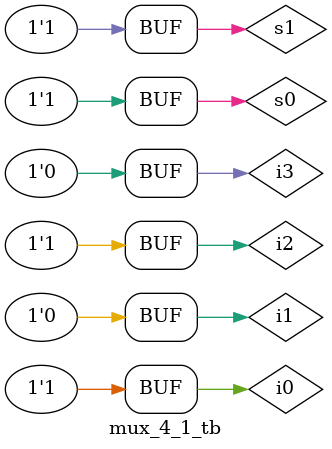
<source format=v>
module mux_4_1_tb;
  reg i0,i1,i2,i3;
  reg s0,s1;
  wire out;
  mux_4_1 ak2(i0,i1,i2,i3,s0,s1,out);
  initial begin
    i0=1;i1=2;i2=3;i3=4;
    #10 i0=2;i1=3;i2=4;i3=5;
    #10 i0=3;i1=4;i2=5;i3=6;
  end
   initial begin 
    s0=0;s1=0;
    #10 s0=0;s1=1;
    #10 s0=1;s1=0;
    #10 s0=1;s1=1;
  end
  initial begin
    $dumpfile("ak.vcd");
    $dumpvars;
  end
endmodule
</source>
